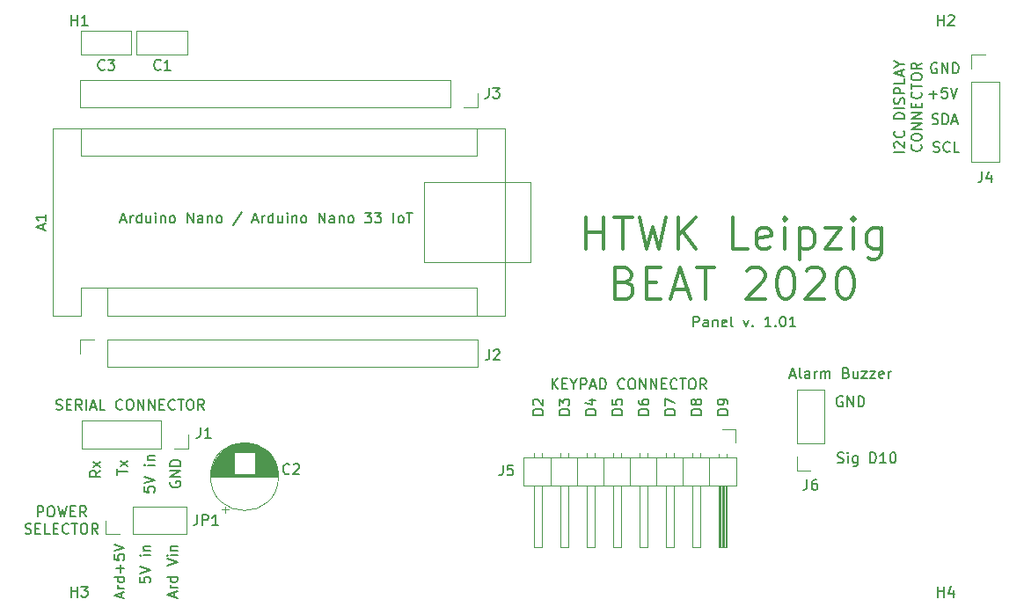
<source format=gbr>
G04 #@! TF.GenerationSoftware,KiCad,Pcbnew,(5.1.2)-2*
G04 #@! TF.CreationDate,2020-05-29T08:27:19+02:00*
G04 #@! TF.ProjectId,Hauptplatine_Arduino,48617570-7470-46c6-9174-696e655f4172,rev?*
G04 #@! TF.SameCoordinates,Original*
G04 #@! TF.FileFunction,Legend,Top*
G04 #@! TF.FilePolarity,Positive*
%FSLAX46Y46*%
G04 Gerber Fmt 4.6, Leading zero omitted, Abs format (unit mm)*
G04 Created by KiCad (PCBNEW (5.1.2)-2) date 2020-05-29 08:27:19*
%MOMM*%
%LPD*%
G04 APERTURE LIST*
%ADD10C,0.150000*%
%ADD11C,0.300000*%
%ADD12C,0.120000*%
G04 APERTURE END LIST*
D10*
X170990476Y-106504761D02*
X171133333Y-106552380D01*
X171371428Y-106552380D01*
X171466666Y-106504761D01*
X171514285Y-106457142D01*
X171561904Y-106361904D01*
X171561904Y-106266666D01*
X171514285Y-106171428D01*
X171466666Y-106123809D01*
X171371428Y-106076190D01*
X171180952Y-106028571D01*
X171085714Y-105980952D01*
X171038095Y-105933333D01*
X170990476Y-105838095D01*
X170990476Y-105742857D01*
X171038095Y-105647619D01*
X171085714Y-105600000D01*
X171180952Y-105552380D01*
X171419047Y-105552380D01*
X171561904Y-105600000D01*
X171990476Y-106552380D02*
X171990476Y-105885714D01*
X171990476Y-105552380D02*
X171942857Y-105600000D01*
X171990476Y-105647619D01*
X172038095Y-105600000D01*
X171990476Y-105552380D01*
X171990476Y-105647619D01*
X172895238Y-105885714D02*
X172895238Y-106695238D01*
X172847619Y-106790476D01*
X172800000Y-106838095D01*
X172704761Y-106885714D01*
X172561904Y-106885714D01*
X172466666Y-106838095D01*
X172895238Y-106504761D02*
X172800000Y-106552380D01*
X172609523Y-106552380D01*
X172514285Y-106504761D01*
X172466666Y-106457142D01*
X172419047Y-106361904D01*
X172419047Y-106076190D01*
X172466666Y-105980952D01*
X172514285Y-105933333D01*
X172609523Y-105885714D01*
X172800000Y-105885714D01*
X172895238Y-105933333D01*
X174133333Y-106552380D02*
X174133333Y-105552380D01*
X174371428Y-105552380D01*
X174514285Y-105600000D01*
X174609523Y-105695238D01*
X174657142Y-105790476D01*
X174704761Y-105980952D01*
X174704761Y-106123809D01*
X174657142Y-106314285D01*
X174609523Y-106409523D01*
X174514285Y-106504761D01*
X174371428Y-106552380D01*
X174133333Y-106552380D01*
X175657142Y-106552380D02*
X175085714Y-106552380D01*
X175371428Y-106552380D02*
X175371428Y-105552380D01*
X175276190Y-105695238D01*
X175180952Y-105790476D01*
X175085714Y-105838095D01*
X176276190Y-105552380D02*
X176371428Y-105552380D01*
X176466666Y-105600000D01*
X176514285Y-105647619D01*
X176561904Y-105742857D01*
X176609523Y-105933333D01*
X176609523Y-106171428D01*
X176561904Y-106361904D01*
X176514285Y-106457142D01*
X176466666Y-106504761D01*
X176371428Y-106552380D01*
X176276190Y-106552380D01*
X176180952Y-106504761D01*
X176133333Y-106457142D01*
X176085714Y-106361904D01*
X176038095Y-106171428D01*
X176038095Y-105933333D01*
X176085714Y-105742857D01*
X176133333Y-105647619D01*
X176180952Y-105600000D01*
X176276190Y-105552380D01*
X171458095Y-100190000D02*
X171362857Y-100142380D01*
X171220000Y-100142380D01*
X171077142Y-100190000D01*
X170981904Y-100285238D01*
X170934285Y-100380476D01*
X170886666Y-100570952D01*
X170886666Y-100713809D01*
X170934285Y-100904285D01*
X170981904Y-100999523D01*
X171077142Y-101094761D01*
X171220000Y-101142380D01*
X171315238Y-101142380D01*
X171458095Y-101094761D01*
X171505714Y-101047142D01*
X171505714Y-100713809D01*
X171315238Y-100713809D01*
X171934285Y-101142380D02*
X171934285Y-100142380D01*
X172505714Y-101142380D01*
X172505714Y-100142380D01*
X172981904Y-101142380D02*
X172981904Y-100142380D01*
X173220000Y-100142380D01*
X173362857Y-100190000D01*
X173458095Y-100285238D01*
X173505714Y-100380476D01*
X173553333Y-100570952D01*
X173553333Y-100713809D01*
X173505714Y-100904285D01*
X173458095Y-100999523D01*
X173362857Y-101094761D01*
X173220000Y-101142380D01*
X172981904Y-101142380D01*
X166440476Y-98126666D02*
X166916666Y-98126666D01*
X166345238Y-98412380D02*
X166678571Y-97412380D01*
X167011904Y-98412380D01*
X167488095Y-98412380D02*
X167392857Y-98364761D01*
X167345238Y-98269523D01*
X167345238Y-97412380D01*
X168297619Y-98412380D02*
X168297619Y-97888571D01*
X168250000Y-97793333D01*
X168154761Y-97745714D01*
X167964285Y-97745714D01*
X167869047Y-97793333D01*
X168297619Y-98364761D02*
X168202380Y-98412380D01*
X167964285Y-98412380D01*
X167869047Y-98364761D01*
X167821428Y-98269523D01*
X167821428Y-98174285D01*
X167869047Y-98079047D01*
X167964285Y-98031428D01*
X168202380Y-98031428D01*
X168297619Y-97983809D01*
X168773809Y-98412380D02*
X168773809Y-97745714D01*
X168773809Y-97936190D02*
X168821428Y-97840952D01*
X168869047Y-97793333D01*
X168964285Y-97745714D01*
X169059523Y-97745714D01*
X169392857Y-98412380D02*
X169392857Y-97745714D01*
X169392857Y-97840952D02*
X169440476Y-97793333D01*
X169535714Y-97745714D01*
X169678571Y-97745714D01*
X169773809Y-97793333D01*
X169821428Y-97888571D01*
X169821428Y-98412380D01*
X169821428Y-97888571D02*
X169869047Y-97793333D01*
X169964285Y-97745714D01*
X170107142Y-97745714D01*
X170202380Y-97793333D01*
X170250000Y-97888571D01*
X170250000Y-98412380D01*
X171821428Y-97888571D02*
X171964285Y-97936190D01*
X172011904Y-97983809D01*
X172059523Y-98079047D01*
X172059523Y-98221904D01*
X172011904Y-98317142D01*
X171964285Y-98364761D01*
X171869047Y-98412380D01*
X171488095Y-98412380D01*
X171488095Y-97412380D01*
X171821428Y-97412380D01*
X171916666Y-97460000D01*
X171964285Y-97507619D01*
X172011904Y-97602857D01*
X172011904Y-97698095D01*
X171964285Y-97793333D01*
X171916666Y-97840952D01*
X171821428Y-97888571D01*
X171488095Y-97888571D01*
X172916666Y-97745714D02*
X172916666Y-98412380D01*
X172488095Y-97745714D02*
X172488095Y-98269523D01*
X172535714Y-98364761D01*
X172630952Y-98412380D01*
X172773809Y-98412380D01*
X172869047Y-98364761D01*
X172916666Y-98317142D01*
X173297619Y-97745714D02*
X173821428Y-97745714D01*
X173297619Y-98412380D01*
X173821428Y-98412380D01*
X174107142Y-97745714D02*
X174630952Y-97745714D01*
X174107142Y-98412380D01*
X174630952Y-98412380D01*
X175392857Y-98364761D02*
X175297619Y-98412380D01*
X175107142Y-98412380D01*
X175011904Y-98364761D01*
X174964285Y-98269523D01*
X174964285Y-97888571D01*
X175011904Y-97793333D01*
X175107142Y-97745714D01*
X175297619Y-97745714D01*
X175392857Y-97793333D01*
X175440476Y-97888571D01*
X175440476Y-97983809D01*
X174964285Y-98079047D01*
X175869047Y-98412380D02*
X175869047Y-97745714D01*
X175869047Y-97936190D02*
X175916666Y-97840952D01*
X175964285Y-97793333D01*
X176059523Y-97745714D01*
X176154761Y-97745714D01*
X107166666Y-119500000D02*
X107166666Y-119023809D01*
X107452380Y-119595238D02*
X106452380Y-119261904D01*
X107452380Y-118928571D01*
X107452380Y-118595238D02*
X106785714Y-118595238D01*
X106976190Y-118595238D02*
X106880952Y-118547619D01*
X106833333Y-118500000D01*
X106785714Y-118404761D01*
X106785714Y-118309523D01*
X107452380Y-117547619D02*
X106452380Y-117547619D01*
X107404761Y-117547619D02*
X107452380Y-117642857D01*
X107452380Y-117833333D01*
X107404761Y-117928571D01*
X107357142Y-117976190D01*
X107261904Y-118023809D01*
X106976190Y-118023809D01*
X106880952Y-117976190D01*
X106833333Y-117928571D01*
X106785714Y-117833333D01*
X106785714Y-117642857D01*
X106833333Y-117547619D01*
X106452380Y-116452380D02*
X107452380Y-116119047D01*
X106452380Y-115785714D01*
X107452380Y-115452380D02*
X106785714Y-115452380D01*
X106452380Y-115452380D02*
X106500000Y-115500000D01*
X106547619Y-115452380D01*
X106500000Y-115404761D01*
X106452380Y-115452380D01*
X106547619Y-115452380D01*
X106785714Y-114976190D02*
X107452380Y-114976190D01*
X106880952Y-114976190D02*
X106833333Y-114928571D01*
X106785714Y-114833333D01*
X106785714Y-114690476D01*
X106833333Y-114595238D01*
X106928571Y-114547619D01*
X107452380Y-114547619D01*
X102066666Y-119523809D02*
X102066666Y-119047619D01*
X102352380Y-119619047D02*
X101352380Y-119285714D01*
X102352380Y-118952380D01*
X102352380Y-118619047D02*
X101685714Y-118619047D01*
X101876190Y-118619047D02*
X101780952Y-118571428D01*
X101733333Y-118523809D01*
X101685714Y-118428571D01*
X101685714Y-118333333D01*
X102352380Y-117571428D02*
X101352380Y-117571428D01*
X102304761Y-117571428D02*
X102352380Y-117666666D01*
X102352380Y-117857142D01*
X102304761Y-117952380D01*
X102257142Y-118000000D01*
X102161904Y-118047619D01*
X101876190Y-118047619D01*
X101780952Y-118000000D01*
X101733333Y-117952380D01*
X101685714Y-117857142D01*
X101685714Y-117666666D01*
X101733333Y-117571428D01*
X101971428Y-117095238D02*
X101971428Y-116333333D01*
X102352380Y-116714285D02*
X101590476Y-116714285D01*
X101352380Y-115380952D02*
X101352380Y-115857142D01*
X101828571Y-115904761D01*
X101780952Y-115857142D01*
X101733333Y-115761904D01*
X101733333Y-115523809D01*
X101780952Y-115428571D01*
X101828571Y-115380952D01*
X101923809Y-115333333D01*
X102161904Y-115333333D01*
X102257142Y-115380952D01*
X102304761Y-115428571D01*
X102352380Y-115523809D01*
X102352380Y-115761904D01*
X102304761Y-115857142D01*
X102257142Y-115904761D01*
X101352380Y-115047619D02*
X102352380Y-114714285D01*
X101352380Y-114380952D01*
X103852380Y-117561904D02*
X103852380Y-118038095D01*
X104328571Y-118085714D01*
X104280952Y-118038095D01*
X104233333Y-117942857D01*
X104233333Y-117704761D01*
X104280952Y-117609523D01*
X104328571Y-117561904D01*
X104423809Y-117514285D01*
X104661904Y-117514285D01*
X104757142Y-117561904D01*
X104804761Y-117609523D01*
X104852380Y-117704761D01*
X104852380Y-117942857D01*
X104804761Y-118038095D01*
X104757142Y-118085714D01*
X103852380Y-117228571D02*
X104852380Y-116895238D01*
X103852380Y-116561904D01*
X104852380Y-115466666D02*
X104185714Y-115466666D01*
X103852380Y-115466666D02*
X103900000Y-115514285D01*
X103947619Y-115466666D01*
X103900000Y-115419047D01*
X103852380Y-115466666D01*
X103947619Y-115466666D01*
X104185714Y-114990476D02*
X104852380Y-114990476D01*
X104280952Y-114990476D02*
X104233333Y-114942857D01*
X104185714Y-114847619D01*
X104185714Y-114704761D01*
X104233333Y-114609523D01*
X104328571Y-114561904D01*
X104852380Y-114561904D01*
X93990476Y-111727380D02*
X93990476Y-110727380D01*
X94371428Y-110727380D01*
X94466666Y-110775000D01*
X94514285Y-110822619D01*
X94561904Y-110917857D01*
X94561904Y-111060714D01*
X94514285Y-111155952D01*
X94466666Y-111203571D01*
X94371428Y-111251190D01*
X93990476Y-111251190D01*
X95180952Y-110727380D02*
X95371428Y-110727380D01*
X95466666Y-110775000D01*
X95561904Y-110870238D01*
X95609523Y-111060714D01*
X95609523Y-111394047D01*
X95561904Y-111584523D01*
X95466666Y-111679761D01*
X95371428Y-111727380D01*
X95180952Y-111727380D01*
X95085714Y-111679761D01*
X94990476Y-111584523D01*
X94942857Y-111394047D01*
X94942857Y-111060714D01*
X94990476Y-110870238D01*
X95085714Y-110775000D01*
X95180952Y-110727380D01*
X95942857Y-110727380D02*
X96180952Y-111727380D01*
X96371428Y-111013095D01*
X96561904Y-111727380D01*
X96800000Y-110727380D01*
X97180952Y-111203571D02*
X97514285Y-111203571D01*
X97657142Y-111727380D02*
X97180952Y-111727380D01*
X97180952Y-110727380D01*
X97657142Y-110727380D01*
X98657142Y-111727380D02*
X98323809Y-111251190D01*
X98085714Y-111727380D02*
X98085714Y-110727380D01*
X98466666Y-110727380D01*
X98561904Y-110775000D01*
X98609523Y-110822619D01*
X98657142Y-110917857D01*
X98657142Y-111060714D01*
X98609523Y-111155952D01*
X98561904Y-111203571D01*
X98466666Y-111251190D01*
X98085714Y-111251190D01*
X92800000Y-113329761D02*
X92942857Y-113377380D01*
X93180952Y-113377380D01*
X93276190Y-113329761D01*
X93323809Y-113282142D01*
X93371428Y-113186904D01*
X93371428Y-113091666D01*
X93323809Y-112996428D01*
X93276190Y-112948809D01*
X93180952Y-112901190D01*
X92990476Y-112853571D01*
X92895238Y-112805952D01*
X92847619Y-112758333D01*
X92800000Y-112663095D01*
X92800000Y-112567857D01*
X92847619Y-112472619D01*
X92895238Y-112425000D01*
X92990476Y-112377380D01*
X93228571Y-112377380D01*
X93371428Y-112425000D01*
X93800000Y-112853571D02*
X94133333Y-112853571D01*
X94276190Y-113377380D02*
X93800000Y-113377380D01*
X93800000Y-112377380D01*
X94276190Y-112377380D01*
X95180952Y-113377380D02*
X94704761Y-113377380D01*
X94704761Y-112377380D01*
X95514285Y-112853571D02*
X95847619Y-112853571D01*
X95990476Y-113377380D02*
X95514285Y-113377380D01*
X95514285Y-112377380D01*
X95990476Y-112377380D01*
X96990476Y-113282142D02*
X96942857Y-113329761D01*
X96800000Y-113377380D01*
X96704761Y-113377380D01*
X96561904Y-113329761D01*
X96466666Y-113234523D01*
X96419047Y-113139285D01*
X96371428Y-112948809D01*
X96371428Y-112805952D01*
X96419047Y-112615476D01*
X96466666Y-112520238D01*
X96561904Y-112425000D01*
X96704761Y-112377380D01*
X96800000Y-112377380D01*
X96942857Y-112425000D01*
X96990476Y-112472619D01*
X97276190Y-112377380D02*
X97847619Y-112377380D01*
X97561904Y-113377380D02*
X97561904Y-112377380D01*
X98371428Y-112377380D02*
X98561904Y-112377380D01*
X98657142Y-112425000D01*
X98752380Y-112520238D01*
X98800000Y-112710714D01*
X98800000Y-113044047D01*
X98752380Y-113234523D01*
X98657142Y-113329761D01*
X98561904Y-113377380D01*
X98371428Y-113377380D01*
X98276190Y-113329761D01*
X98180952Y-113234523D01*
X98133333Y-113044047D01*
X98133333Y-112710714D01*
X98180952Y-112520238D01*
X98276190Y-112425000D01*
X98371428Y-112377380D01*
X99800000Y-113377380D02*
X99466666Y-112901190D01*
X99228571Y-113377380D02*
X99228571Y-112377380D01*
X99609523Y-112377380D01*
X99704761Y-112425000D01*
X99752380Y-112472619D01*
X99800000Y-112567857D01*
X99800000Y-112710714D01*
X99752380Y-112805952D01*
X99704761Y-112853571D01*
X99609523Y-112901190D01*
X99228571Y-112901190D01*
D11*
X146785714Y-85957142D02*
X146785714Y-82957142D01*
X146785714Y-84385714D02*
X148500000Y-84385714D01*
X148500000Y-85957142D02*
X148500000Y-82957142D01*
X149500000Y-82957142D02*
X151214285Y-82957142D01*
X150357142Y-85957142D02*
X150357142Y-82957142D01*
X151928571Y-82957142D02*
X152642857Y-85957142D01*
X153214285Y-83814285D01*
X153785714Y-85957142D01*
X154500000Y-82957142D01*
X155642857Y-85957142D02*
X155642857Y-82957142D01*
X157357142Y-85957142D02*
X156071428Y-84242857D01*
X157357142Y-82957142D02*
X155642857Y-84671428D01*
X162357142Y-85957142D02*
X160928571Y-85957142D01*
X160928571Y-82957142D01*
X164500000Y-85814285D02*
X164214285Y-85957142D01*
X163642857Y-85957142D01*
X163357142Y-85814285D01*
X163214285Y-85528571D01*
X163214285Y-84385714D01*
X163357142Y-84100000D01*
X163642857Y-83957142D01*
X164214285Y-83957142D01*
X164500000Y-84100000D01*
X164642857Y-84385714D01*
X164642857Y-84671428D01*
X163214285Y-84957142D01*
X165928571Y-85957142D02*
X165928571Y-83957142D01*
X165928571Y-82957142D02*
X165785714Y-83100000D01*
X165928571Y-83242857D01*
X166071428Y-83100000D01*
X165928571Y-82957142D01*
X165928571Y-83242857D01*
X167357142Y-83957142D02*
X167357142Y-86957142D01*
X167357142Y-84100000D02*
X167642857Y-83957142D01*
X168214285Y-83957142D01*
X168500000Y-84100000D01*
X168642857Y-84242857D01*
X168785714Y-84528571D01*
X168785714Y-85385714D01*
X168642857Y-85671428D01*
X168500000Y-85814285D01*
X168214285Y-85957142D01*
X167642857Y-85957142D01*
X167357142Y-85814285D01*
X169785714Y-83957142D02*
X171357142Y-83957142D01*
X169785714Y-85957142D01*
X171357142Y-85957142D01*
X172500000Y-85957142D02*
X172500000Y-83957142D01*
X172500000Y-82957142D02*
X172357142Y-83100000D01*
X172500000Y-83242857D01*
X172642857Y-83100000D01*
X172500000Y-82957142D01*
X172500000Y-83242857D01*
X175214285Y-83957142D02*
X175214285Y-86385714D01*
X175071428Y-86671428D01*
X174928571Y-86814285D01*
X174642857Y-86957142D01*
X174214285Y-86957142D01*
X173928571Y-86814285D01*
X175214285Y-85814285D02*
X174928571Y-85957142D01*
X174357142Y-85957142D01*
X174071428Y-85814285D01*
X173928571Y-85671428D01*
X173785714Y-85385714D01*
X173785714Y-84528571D01*
X173928571Y-84242857D01*
X174071428Y-84100000D01*
X174357142Y-83957142D01*
X174928571Y-83957142D01*
X175214285Y-84100000D01*
X150571428Y-89185714D02*
X151000000Y-89328571D01*
X151142857Y-89471428D01*
X151285714Y-89757142D01*
X151285714Y-90185714D01*
X151142857Y-90471428D01*
X151000000Y-90614285D01*
X150714285Y-90757142D01*
X149571428Y-90757142D01*
X149571428Y-87757142D01*
X150571428Y-87757142D01*
X150857142Y-87900000D01*
X151000000Y-88042857D01*
X151142857Y-88328571D01*
X151142857Y-88614285D01*
X151000000Y-88900000D01*
X150857142Y-89042857D01*
X150571428Y-89185714D01*
X149571428Y-89185714D01*
X152571428Y-89185714D02*
X153571428Y-89185714D01*
X154000000Y-90757142D02*
X152571428Y-90757142D01*
X152571428Y-87757142D01*
X154000000Y-87757142D01*
X155142857Y-89900000D02*
X156571428Y-89900000D01*
X154857142Y-90757142D02*
X155857142Y-87757142D01*
X156857142Y-90757142D01*
X157428571Y-87757142D02*
X159142857Y-87757142D01*
X158285714Y-90757142D02*
X158285714Y-87757142D01*
X162285714Y-88042857D02*
X162428571Y-87900000D01*
X162714285Y-87757142D01*
X163428571Y-87757142D01*
X163714285Y-87900000D01*
X163857142Y-88042857D01*
X164000000Y-88328571D01*
X164000000Y-88614285D01*
X163857142Y-89042857D01*
X162142857Y-90757142D01*
X164000000Y-90757142D01*
X165857142Y-87757142D02*
X166142857Y-87757142D01*
X166428571Y-87900000D01*
X166571428Y-88042857D01*
X166714285Y-88328571D01*
X166857142Y-88900000D01*
X166857142Y-89614285D01*
X166714285Y-90185714D01*
X166571428Y-90471428D01*
X166428571Y-90614285D01*
X166142857Y-90757142D01*
X165857142Y-90757142D01*
X165571428Y-90614285D01*
X165428571Y-90471428D01*
X165285714Y-90185714D01*
X165142857Y-89614285D01*
X165142857Y-88900000D01*
X165285714Y-88328571D01*
X165428571Y-88042857D01*
X165571428Y-87900000D01*
X165857142Y-87757142D01*
X168000000Y-88042857D02*
X168142857Y-87900000D01*
X168428571Y-87757142D01*
X169142857Y-87757142D01*
X169428571Y-87900000D01*
X169571428Y-88042857D01*
X169714285Y-88328571D01*
X169714285Y-88614285D01*
X169571428Y-89042857D01*
X167857142Y-90757142D01*
X169714285Y-90757142D01*
X171571428Y-87757142D02*
X171857142Y-87757142D01*
X172142857Y-87900000D01*
X172285714Y-88042857D01*
X172428571Y-88328571D01*
X172571428Y-88900000D01*
X172571428Y-89614285D01*
X172428571Y-90185714D01*
X172285714Y-90471428D01*
X172142857Y-90614285D01*
X171857142Y-90757142D01*
X171571428Y-90757142D01*
X171285714Y-90614285D01*
X171142857Y-90471428D01*
X171000000Y-90185714D01*
X170857142Y-89614285D01*
X170857142Y-88900000D01*
X171000000Y-88328571D01*
X171142857Y-88042857D01*
X171285714Y-87900000D01*
X171571428Y-87757142D01*
D10*
X157095238Y-93452380D02*
X157095238Y-92452380D01*
X157476190Y-92452380D01*
X157571428Y-92500000D01*
X157619047Y-92547619D01*
X157666666Y-92642857D01*
X157666666Y-92785714D01*
X157619047Y-92880952D01*
X157571428Y-92928571D01*
X157476190Y-92976190D01*
X157095238Y-92976190D01*
X158523809Y-93452380D02*
X158523809Y-92928571D01*
X158476190Y-92833333D01*
X158380952Y-92785714D01*
X158190476Y-92785714D01*
X158095238Y-92833333D01*
X158523809Y-93404761D02*
X158428571Y-93452380D01*
X158190476Y-93452380D01*
X158095238Y-93404761D01*
X158047619Y-93309523D01*
X158047619Y-93214285D01*
X158095238Y-93119047D01*
X158190476Y-93071428D01*
X158428571Y-93071428D01*
X158523809Y-93023809D01*
X159000000Y-92785714D02*
X159000000Y-93452380D01*
X159000000Y-92880952D02*
X159047619Y-92833333D01*
X159142857Y-92785714D01*
X159285714Y-92785714D01*
X159380952Y-92833333D01*
X159428571Y-92928571D01*
X159428571Y-93452380D01*
X160285714Y-93404761D02*
X160190476Y-93452380D01*
X160000000Y-93452380D01*
X159904761Y-93404761D01*
X159857142Y-93309523D01*
X159857142Y-92928571D01*
X159904761Y-92833333D01*
X160000000Y-92785714D01*
X160190476Y-92785714D01*
X160285714Y-92833333D01*
X160333333Y-92928571D01*
X160333333Y-93023809D01*
X159857142Y-93119047D01*
X160904761Y-93452380D02*
X160809523Y-93404761D01*
X160761904Y-93309523D01*
X160761904Y-92452380D01*
X161952380Y-92785714D02*
X162190476Y-93452380D01*
X162428571Y-92785714D01*
X162809523Y-93357142D02*
X162857142Y-93404761D01*
X162809523Y-93452380D01*
X162761904Y-93404761D01*
X162809523Y-93357142D01*
X162809523Y-93452380D01*
X164571428Y-93452380D02*
X164000000Y-93452380D01*
X164285714Y-93452380D02*
X164285714Y-92452380D01*
X164190476Y-92595238D01*
X164095238Y-92690476D01*
X164000000Y-92738095D01*
X165000000Y-93357142D02*
X165047619Y-93404761D01*
X165000000Y-93452380D01*
X164952380Y-93404761D01*
X165000000Y-93357142D01*
X165000000Y-93452380D01*
X165666666Y-92452380D02*
X165761904Y-92452380D01*
X165857142Y-92500000D01*
X165904761Y-92547619D01*
X165952380Y-92642857D01*
X166000000Y-92833333D01*
X166000000Y-93071428D01*
X165952380Y-93261904D01*
X165904761Y-93357142D01*
X165857142Y-93404761D01*
X165761904Y-93452380D01*
X165666666Y-93452380D01*
X165571428Y-93404761D01*
X165523809Y-93357142D01*
X165476190Y-93261904D01*
X165428571Y-93071428D01*
X165428571Y-92833333D01*
X165476190Y-92642857D01*
X165523809Y-92547619D01*
X165571428Y-92500000D01*
X165666666Y-92452380D01*
X166952380Y-93452380D02*
X166380952Y-93452380D01*
X166666666Y-93452380D02*
X166666666Y-92452380D01*
X166571428Y-92595238D01*
X166476190Y-92690476D01*
X166380952Y-92738095D01*
X102023809Y-83166666D02*
X102500000Y-83166666D01*
X101928571Y-83452380D02*
X102261904Y-82452380D01*
X102595238Y-83452380D01*
X102928571Y-83452380D02*
X102928571Y-82785714D01*
X102928571Y-82976190D02*
X102976190Y-82880952D01*
X103023809Y-82833333D01*
X103119047Y-82785714D01*
X103214285Y-82785714D01*
X103976190Y-83452380D02*
X103976190Y-82452380D01*
X103976190Y-83404761D02*
X103880952Y-83452380D01*
X103690476Y-83452380D01*
X103595238Y-83404761D01*
X103547619Y-83357142D01*
X103500000Y-83261904D01*
X103500000Y-82976190D01*
X103547619Y-82880952D01*
X103595238Y-82833333D01*
X103690476Y-82785714D01*
X103880952Y-82785714D01*
X103976190Y-82833333D01*
X104880952Y-82785714D02*
X104880952Y-83452380D01*
X104452380Y-82785714D02*
X104452380Y-83309523D01*
X104500000Y-83404761D01*
X104595238Y-83452380D01*
X104738095Y-83452380D01*
X104833333Y-83404761D01*
X104880952Y-83357142D01*
X105357142Y-83452380D02*
X105357142Y-82785714D01*
X105357142Y-82452380D02*
X105309523Y-82500000D01*
X105357142Y-82547619D01*
X105404761Y-82500000D01*
X105357142Y-82452380D01*
X105357142Y-82547619D01*
X105833333Y-82785714D02*
X105833333Y-83452380D01*
X105833333Y-82880952D02*
X105880952Y-82833333D01*
X105976190Y-82785714D01*
X106119047Y-82785714D01*
X106214285Y-82833333D01*
X106261904Y-82928571D01*
X106261904Y-83452380D01*
X106880952Y-83452380D02*
X106785714Y-83404761D01*
X106738095Y-83357142D01*
X106690476Y-83261904D01*
X106690476Y-82976190D01*
X106738095Y-82880952D01*
X106785714Y-82833333D01*
X106880952Y-82785714D01*
X107023809Y-82785714D01*
X107119047Y-82833333D01*
X107166666Y-82880952D01*
X107214285Y-82976190D01*
X107214285Y-83261904D01*
X107166666Y-83357142D01*
X107119047Y-83404761D01*
X107023809Y-83452380D01*
X106880952Y-83452380D01*
X108404761Y-83452380D02*
X108404761Y-82452380D01*
X108976190Y-83452380D01*
X108976190Y-82452380D01*
X109880952Y-83452380D02*
X109880952Y-82928571D01*
X109833333Y-82833333D01*
X109738095Y-82785714D01*
X109547619Y-82785714D01*
X109452380Y-82833333D01*
X109880952Y-83404761D02*
X109785714Y-83452380D01*
X109547619Y-83452380D01*
X109452380Y-83404761D01*
X109404761Y-83309523D01*
X109404761Y-83214285D01*
X109452380Y-83119047D01*
X109547619Y-83071428D01*
X109785714Y-83071428D01*
X109880952Y-83023809D01*
X110357142Y-82785714D02*
X110357142Y-83452380D01*
X110357142Y-82880952D02*
X110404761Y-82833333D01*
X110500000Y-82785714D01*
X110642857Y-82785714D01*
X110738095Y-82833333D01*
X110785714Y-82928571D01*
X110785714Y-83452380D01*
X111404761Y-83452380D02*
X111309523Y-83404761D01*
X111261904Y-83357142D01*
X111214285Y-83261904D01*
X111214285Y-82976190D01*
X111261904Y-82880952D01*
X111309523Y-82833333D01*
X111404761Y-82785714D01*
X111547619Y-82785714D01*
X111642857Y-82833333D01*
X111690476Y-82880952D01*
X111738095Y-82976190D01*
X111738095Y-83261904D01*
X111690476Y-83357142D01*
X111642857Y-83404761D01*
X111547619Y-83452380D01*
X111404761Y-83452380D01*
X113642857Y-82404761D02*
X112785714Y-83690476D01*
X114690476Y-83166666D02*
X115166666Y-83166666D01*
X114595238Y-83452380D02*
X114928571Y-82452380D01*
X115261904Y-83452380D01*
X115595238Y-83452380D02*
X115595238Y-82785714D01*
X115595238Y-82976190D02*
X115642857Y-82880952D01*
X115690476Y-82833333D01*
X115785714Y-82785714D01*
X115880952Y-82785714D01*
X116642857Y-83452380D02*
X116642857Y-82452380D01*
X116642857Y-83404761D02*
X116547619Y-83452380D01*
X116357142Y-83452380D01*
X116261904Y-83404761D01*
X116214285Y-83357142D01*
X116166666Y-83261904D01*
X116166666Y-82976190D01*
X116214285Y-82880952D01*
X116261904Y-82833333D01*
X116357142Y-82785714D01*
X116547619Y-82785714D01*
X116642857Y-82833333D01*
X117547619Y-82785714D02*
X117547619Y-83452380D01*
X117119047Y-82785714D02*
X117119047Y-83309523D01*
X117166666Y-83404761D01*
X117261904Y-83452380D01*
X117404761Y-83452380D01*
X117500000Y-83404761D01*
X117547619Y-83357142D01*
X118023809Y-83452380D02*
X118023809Y-82785714D01*
X118023809Y-82452380D02*
X117976190Y-82500000D01*
X118023809Y-82547619D01*
X118071428Y-82500000D01*
X118023809Y-82452380D01*
X118023809Y-82547619D01*
X118500000Y-82785714D02*
X118500000Y-83452380D01*
X118500000Y-82880952D02*
X118547619Y-82833333D01*
X118642857Y-82785714D01*
X118785714Y-82785714D01*
X118880952Y-82833333D01*
X118928571Y-82928571D01*
X118928571Y-83452380D01*
X119547619Y-83452380D02*
X119452380Y-83404761D01*
X119404761Y-83357142D01*
X119357142Y-83261904D01*
X119357142Y-82976190D01*
X119404761Y-82880952D01*
X119452380Y-82833333D01*
X119547619Y-82785714D01*
X119690476Y-82785714D01*
X119785714Y-82833333D01*
X119833333Y-82880952D01*
X119880952Y-82976190D01*
X119880952Y-83261904D01*
X119833333Y-83357142D01*
X119785714Y-83404761D01*
X119690476Y-83452380D01*
X119547619Y-83452380D01*
X121071428Y-83452380D02*
X121071428Y-82452380D01*
X121642857Y-83452380D01*
X121642857Y-82452380D01*
X122547619Y-83452380D02*
X122547619Y-82928571D01*
X122499999Y-82833333D01*
X122404761Y-82785714D01*
X122214285Y-82785714D01*
X122119047Y-82833333D01*
X122547619Y-83404761D02*
X122452380Y-83452380D01*
X122214285Y-83452380D01*
X122119047Y-83404761D01*
X122071428Y-83309523D01*
X122071428Y-83214285D01*
X122119047Y-83119047D01*
X122214285Y-83071428D01*
X122452380Y-83071428D01*
X122547619Y-83023809D01*
X123023809Y-82785714D02*
X123023809Y-83452380D01*
X123023809Y-82880952D02*
X123071428Y-82833333D01*
X123166666Y-82785714D01*
X123309523Y-82785714D01*
X123404761Y-82833333D01*
X123452380Y-82928571D01*
X123452380Y-83452380D01*
X124071428Y-83452380D02*
X123976190Y-83404761D01*
X123928571Y-83357142D01*
X123880952Y-83261904D01*
X123880952Y-82976190D01*
X123928571Y-82880952D01*
X123976190Y-82833333D01*
X124071428Y-82785714D01*
X124214285Y-82785714D01*
X124309523Y-82833333D01*
X124357142Y-82880952D01*
X124404761Y-82976190D01*
X124404761Y-83261904D01*
X124357142Y-83357142D01*
X124309523Y-83404761D01*
X124214285Y-83452380D01*
X124071428Y-83452380D01*
X125499999Y-82452380D02*
X126119047Y-82452380D01*
X125785714Y-82833333D01*
X125928571Y-82833333D01*
X126023809Y-82880952D01*
X126071428Y-82928571D01*
X126119047Y-83023809D01*
X126119047Y-83261904D01*
X126071428Y-83357142D01*
X126023809Y-83404761D01*
X125928571Y-83452380D01*
X125642857Y-83452380D01*
X125547619Y-83404761D01*
X125499999Y-83357142D01*
X126452380Y-82452380D02*
X127071428Y-82452380D01*
X126738095Y-82833333D01*
X126880952Y-82833333D01*
X126976190Y-82880952D01*
X127023809Y-82928571D01*
X127071428Y-83023809D01*
X127071428Y-83261904D01*
X127023809Y-83357142D01*
X126976190Y-83404761D01*
X126880952Y-83452380D01*
X126595238Y-83452380D01*
X126499999Y-83404761D01*
X126452380Y-83357142D01*
X128261904Y-83452380D02*
X128261904Y-82452380D01*
X128880952Y-83452380D02*
X128785714Y-83404761D01*
X128738095Y-83357142D01*
X128690476Y-83261904D01*
X128690476Y-82976190D01*
X128738095Y-82880952D01*
X128785714Y-82833333D01*
X128880952Y-82785714D01*
X129023809Y-82785714D01*
X129119047Y-82833333D01*
X129166666Y-82880952D01*
X129214285Y-82976190D01*
X129214285Y-83261904D01*
X129166666Y-83357142D01*
X129119047Y-83404761D01*
X129023809Y-83452380D01*
X128880952Y-83452380D01*
X129499999Y-82452380D02*
X130071428Y-82452380D01*
X129785714Y-83452380D02*
X129785714Y-82452380D01*
X160432380Y-101938095D02*
X159432380Y-101938095D01*
X159432380Y-101700000D01*
X159480000Y-101557142D01*
X159575238Y-101461904D01*
X159670476Y-101414285D01*
X159860952Y-101366666D01*
X160003809Y-101366666D01*
X160194285Y-101414285D01*
X160289523Y-101461904D01*
X160384761Y-101557142D01*
X160432380Y-101700000D01*
X160432380Y-101938095D01*
X160432380Y-100890476D02*
X160432380Y-100700000D01*
X160384761Y-100604761D01*
X160337142Y-100557142D01*
X160194285Y-100461904D01*
X160003809Y-100414285D01*
X159622857Y-100414285D01*
X159527619Y-100461904D01*
X159480000Y-100509523D01*
X159432380Y-100604761D01*
X159432380Y-100795238D01*
X159480000Y-100890476D01*
X159527619Y-100938095D01*
X159622857Y-100985714D01*
X159860952Y-100985714D01*
X159956190Y-100938095D01*
X160003809Y-100890476D01*
X160051428Y-100795238D01*
X160051428Y-100604761D01*
X160003809Y-100509523D01*
X159956190Y-100461904D01*
X159860952Y-100414285D01*
X157892380Y-101938095D02*
X156892380Y-101938095D01*
X156892380Y-101700000D01*
X156940000Y-101557142D01*
X157035238Y-101461904D01*
X157130476Y-101414285D01*
X157320952Y-101366666D01*
X157463809Y-101366666D01*
X157654285Y-101414285D01*
X157749523Y-101461904D01*
X157844761Y-101557142D01*
X157892380Y-101700000D01*
X157892380Y-101938095D01*
X157320952Y-100795238D02*
X157273333Y-100890476D01*
X157225714Y-100938095D01*
X157130476Y-100985714D01*
X157082857Y-100985714D01*
X156987619Y-100938095D01*
X156940000Y-100890476D01*
X156892380Y-100795238D01*
X156892380Y-100604761D01*
X156940000Y-100509523D01*
X156987619Y-100461904D01*
X157082857Y-100414285D01*
X157130476Y-100414285D01*
X157225714Y-100461904D01*
X157273333Y-100509523D01*
X157320952Y-100604761D01*
X157320952Y-100795238D01*
X157368571Y-100890476D01*
X157416190Y-100938095D01*
X157511428Y-100985714D01*
X157701904Y-100985714D01*
X157797142Y-100938095D01*
X157844761Y-100890476D01*
X157892380Y-100795238D01*
X157892380Y-100604761D01*
X157844761Y-100509523D01*
X157797142Y-100461904D01*
X157701904Y-100414285D01*
X157511428Y-100414285D01*
X157416190Y-100461904D01*
X157368571Y-100509523D01*
X157320952Y-100604761D01*
X155352380Y-101938095D02*
X154352380Y-101938095D01*
X154352380Y-101700000D01*
X154400000Y-101557142D01*
X154495238Y-101461904D01*
X154590476Y-101414285D01*
X154780952Y-101366666D01*
X154923809Y-101366666D01*
X155114285Y-101414285D01*
X155209523Y-101461904D01*
X155304761Y-101557142D01*
X155352380Y-101700000D01*
X155352380Y-101938095D01*
X154352380Y-101033333D02*
X154352380Y-100366666D01*
X155352380Y-100795238D01*
X152812380Y-101938095D02*
X151812380Y-101938095D01*
X151812380Y-101700000D01*
X151860000Y-101557142D01*
X151955238Y-101461904D01*
X152050476Y-101414285D01*
X152240952Y-101366666D01*
X152383809Y-101366666D01*
X152574285Y-101414285D01*
X152669523Y-101461904D01*
X152764761Y-101557142D01*
X152812380Y-101700000D01*
X152812380Y-101938095D01*
X151812380Y-100509523D02*
X151812380Y-100700000D01*
X151860000Y-100795238D01*
X151907619Y-100842857D01*
X152050476Y-100938095D01*
X152240952Y-100985714D01*
X152621904Y-100985714D01*
X152717142Y-100938095D01*
X152764761Y-100890476D01*
X152812380Y-100795238D01*
X152812380Y-100604761D01*
X152764761Y-100509523D01*
X152717142Y-100461904D01*
X152621904Y-100414285D01*
X152383809Y-100414285D01*
X152288571Y-100461904D01*
X152240952Y-100509523D01*
X152193333Y-100604761D01*
X152193333Y-100795238D01*
X152240952Y-100890476D01*
X152288571Y-100938095D01*
X152383809Y-100985714D01*
X150272380Y-101938095D02*
X149272380Y-101938095D01*
X149272380Y-101700000D01*
X149320000Y-101557142D01*
X149415238Y-101461904D01*
X149510476Y-101414285D01*
X149700952Y-101366666D01*
X149843809Y-101366666D01*
X150034285Y-101414285D01*
X150129523Y-101461904D01*
X150224761Y-101557142D01*
X150272380Y-101700000D01*
X150272380Y-101938095D01*
X149272380Y-100461904D02*
X149272380Y-100938095D01*
X149748571Y-100985714D01*
X149700952Y-100938095D01*
X149653333Y-100842857D01*
X149653333Y-100604761D01*
X149700952Y-100509523D01*
X149748571Y-100461904D01*
X149843809Y-100414285D01*
X150081904Y-100414285D01*
X150177142Y-100461904D01*
X150224761Y-100509523D01*
X150272380Y-100604761D01*
X150272380Y-100842857D01*
X150224761Y-100938095D01*
X150177142Y-100985714D01*
X147732380Y-101938095D02*
X146732380Y-101938095D01*
X146732380Y-101700000D01*
X146780000Y-101557142D01*
X146875238Y-101461904D01*
X146970476Y-101414285D01*
X147160952Y-101366666D01*
X147303809Y-101366666D01*
X147494285Y-101414285D01*
X147589523Y-101461904D01*
X147684761Y-101557142D01*
X147732380Y-101700000D01*
X147732380Y-101938095D01*
X147065714Y-100509523D02*
X147732380Y-100509523D01*
X146684761Y-100747619D02*
X147399047Y-100985714D01*
X147399047Y-100366666D01*
X145192380Y-101938095D02*
X144192380Y-101938095D01*
X144192380Y-101700000D01*
X144240000Y-101557142D01*
X144335238Y-101461904D01*
X144430476Y-101414285D01*
X144620952Y-101366666D01*
X144763809Y-101366666D01*
X144954285Y-101414285D01*
X145049523Y-101461904D01*
X145144761Y-101557142D01*
X145192380Y-101700000D01*
X145192380Y-101938095D01*
X144192380Y-101033333D02*
X144192380Y-100414285D01*
X144573333Y-100747619D01*
X144573333Y-100604761D01*
X144620952Y-100509523D01*
X144668571Y-100461904D01*
X144763809Y-100414285D01*
X145001904Y-100414285D01*
X145097142Y-100461904D01*
X145144761Y-100509523D01*
X145192380Y-100604761D01*
X145192380Y-100890476D01*
X145144761Y-100985714D01*
X145097142Y-101033333D01*
X142652380Y-101938095D02*
X141652380Y-101938095D01*
X141652380Y-101700000D01*
X141700000Y-101557142D01*
X141795238Y-101461904D01*
X141890476Y-101414285D01*
X142080952Y-101366666D01*
X142223809Y-101366666D01*
X142414285Y-101414285D01*
X142509523Y-101461904D01*
X142604761Y-101557142D01*
X142652380Y-101700000D01*
X142652380Y-101938095D01*
X141747619Y-100985714D02*
X141700000Y-100938095D01*
X141652380Y-100842857D01*
X141652380Y-100604761D01*
X141700000Y-100509523D01*
X141747619Y-100461904D01*
X141842857Y-100414285D01*
X141938095Y-100414285D01*
X142080952Y-100461904D01*
X142652380Y-101033333D01*
X142652380Y-100414285D01*
X143519047Y-99452380D02*
X143519047Y-98452380D01*
X144090476Y-99452380D02*
X143661904Y-98880952D01*
X144090476Y-98452380D02*
X143519047Y-99023809D01*
X144519047Y-98928571D02*
X144852380Y-98928571D01*
X144995238Y-99452380D02*
X144519047Y-99452380D01*
X144519047Y-98452380D01*
X144995238Y-98452380D01*
X145614285Y-98976190D02*
X145614285Y-99452380D01*
X145280952Y-98452380D02*
X145614285Y-98976190D01*
X145947619Y-98452380D01*
X146280952Y-99452380D02*
X146280952Y-98452380D01*
X146661904Y-98452380D01*
X146757142Y-98500000D01*
X146804761Y-98547619D01*
X146852380Y-98642857D01*
X146852380Y-98785714D01*
X146804761Y-98880952D01*
X146757142Y-98928571D01*
X146661904Y-98976190D01*
X146280952Y-98976190D01*
X147233333Y-99166666D02*
X147709523Y-99166666D01*
X147138095Y-99452380D02*
X147471428Y-98452380D01*
X147804761Y-99452380D01*
X148138095Y-99452380D02*
X148138095Y-98452380D01*
X148376190Y-98452380D01*
X148519047Y-98500000D01*
X148614285Y-98595238D01*
X148661904Y-98690476D01*
X148709523Y-98880952D01*
X148709523Y-99023809D01*
X148661904Y-99214285D01*
X148614285Y-99309523D01*
X148519047Y-99404761D01*
X148376190Y-99452380D01*
X148138095Y-99452380D01*
X150471428Y-99357142D02*
X150423809Y-99404761D01*
X150280952Y-99452380D01*
X150185714Y-99452380D01*
X150042857Y-99404761D01*
X149947619Y-99309523D01*
X149900000Y-99214285D01*
X149852380Y-99023809D01*
X149852380Y-98880952D01*
X149900000Y-98690476D01*
X149947619Y-98595238D01*
X150042857Y-98500000D01*
X150185714Y-98452380D01*
X150280952Y-98452380D01*
X150423809Y-98500000D01*
X150471428Y-98547619D01*
X151090476Y-98452380D02*
X151280952Y-98452380D01*
X151376190Y-98500000D01*
X151471428Y-98595238D01*
X151519047Y-98785714D01*
X151519047Y-99119047D01*
X151471428Y-99309523D01*
X151376190Y-99404761D01*
X151280952Y-99452380D01*
X151090476Y-99452380D01*
X150995238Y-99404761D01*
X150900000Y-99309523D01*
X150852380Y-99119047D01*
X150852380Y-98785714D01*
X150900000Y-98595238D01*
X150995238Y-98500000D01*
X151090476Y-98452380D01*
X151947619Y-99452380D02*
X151947619Y-98452380D01*
X152519047Y-99452380D01*
X152519047Y-98452380D01*
X152995238Y-99452380D02*
X152995238Y-98452380D01*
X153566666Y-99452380D01*
X153566666Y-98452380D01*
X154042857Y-98928571D02*
X154376190Y-98928571D01*
X154519047Y-99452380D02*
X154042857Y-99452380D01*
X154042857Y-98452380D01*
X154519047Y-98452380D01*
X155519047Y-99357142D02*
X155471428Y-99404761D01*
X155328571Y-99452380D01*
X155233333Y-99452380D01*
X155090476Y-99404761D01*
X154995238Y-99309523D01*
X154947619Y-99214285D01*
X154900000Y-99023809D01*
X154900000Y-98880952D01*
X154947619Y-98690476D01*
X154995238Y-98595238D01*
X155090476Y-98500000D01*
X155233333Y-98452380D01*
X155328571Y-98452380D01*
X155471428Y-98500000D01*
X155519047Y-98547619D01*
X155804761Y-98452380D02*
X156376190Y-98452380D01*
X156090476Y-99452380D02*
X156090476Y-98452380D01*
X156900000Y-98452380D02*
X157090476Y-98452380D01*
X157185714Y-98500000D01*
X157280952Y-98595238D01*
X157328571Y-98785714D01*
X157328571Y-99119047D01*
X157280952Y-99309523D01*
X157185714Y-99404761D01*
X157090476Y-99452380D01*
X156900000Y-99452380D01*
X156804761Y-99404761D01*
X156709523Y-99309523D01*
X156661904Y-99119047D01*
X156661904Y-98785714D01*
X156709523Y-98595238D01*
X156804761Y-98500000D01*
X156900000Y-98452380D01*
X158328571Y-99452380D02*
X157995238Y-98976190D01*
X157757142Y-99452380D02*
X157757142Y-98452380D01*
X158138095Y-98452380D01*
X158233333Y-98500000D01*
X158280952Y-98547619D01*
X158328571Y-98642857D01*
X158328571Y-98785714D01*
X158280952Y-98880952D01*
X158233333Y-98928571D01*
X158138095Y-98976190D01*
X157757142Y-98976190D01*
X180209523Y-76604761D02*
X180352380Y-76652380D01*
X180590476Y-76652380D01*
X180685714Y-76604761D01*
X180733333Y-76557142D01*
X180780952Y-76461904D01*
X180780952Y-76366666D01*
X180733333Y-76271428D01*
X180685714Y-76223809D01*
X180590476Y-76176190D01*
X180400000Y-76128571D01*
X180304761Y-76080952D01*
X180257142Y-76033333D01*
X180209523Y-75938095D01*
X180209523Y-75842857D01*
X180257142Y-75747619D01*
X180304761Y-75700000D01*
X180400000Y-75652380D01*
X180638095Y-75652380D01*
X180780952Y-75700000D01*
X181780952Y-76557142D02*
X181733333Y-76604761D01*
X181590476Y-76652380D01*
X181495238Y-76652380D01*
X181352380Y-76604761D01*
X181257142Y-76509523D01*
X181209523Y-76414285D01*
X181161904Y-76223809D01*
X181161904Y-76080952D01*
X181209523Y-75890476D01*
X181257142Y-75795238D01*
X181352380Y-75700000D01*
X181495238Y-75652380D01*
X181590476Y-75652380D01*
X181733333Y-75700000D01*
X181780952Y-75747619D01*
X182685714Y-76652380D02*
X182209523Y-76652380D01*
X182209523Y-75652380D01*
X180085714Y-73904761D02*
X180228571Y-73952380D01*
X180466666Y-73952380D01*
X180561904Y-73904761D01*
X180609523Y-73857142D01*
X180657142Y-73761904D01*
X180657142Y-73666666D01*
X180609523Y-73571428D01*
X180561904Y-73523809D01*
X180466666Y-73476190D01*
X180276190Y-73428571D01*
X180180952Y-73380952D01*
X180133333Y-73333333D01*
X180085714Y-73238095D01*
X180085714Y-73142857D01*
X180133333Y-73047619D01*
X180180952Y-73000000D01*
X180276190Y-72952380D01*
X180514285Y-72952380D01*
X180657142Y-73000000D01*
X181085714Y-73952380D02*
X181085714Y-72952380D01*
X181323809Y-72952380D01*
X181466666Y-73000000D01*
X181561904Y-73095238D01*
X181609523Y-73190476D01*
X181657142Y-73380952D01*
X181657142Y-73523809D01*
X181609523Y-73714285D01*
X181561904Y-73809523D01*
X181466666Y-73904761D01*
X181323809Y-73952380D01*
X181085714Y-73952380D01*
X182038095Y-73666666D02*
X182514285Y-73666666D01*
X181942857Y-73952380D02*
X182276190Y-72952380D01*
X182609523Y-73952380D01*
X179814285Y-71071428D02*
X180576190Y-71071428D01*
X180195238Y-71452380D02*
X180195238Y-70690476D01*
X181528571Y-70452380D02*
X181052380Y-70452380D01*
X181004761Y-70928571D01*
X181052380Y-70880952D01*
X181147619Y-70833333D01*
X181385714Y-70833333D01*
X181480952Y-70880952D01*
X181528571Y-70928571D01*
X181576190Y-71023809D01*
X181576190Y-71261904D01*
X181528571Y-71357142D01*
X181480952Y-71404761D01*
X181385714Y-71452380D01*
X181147619Y-71452380D01*
X181052380Y-71404761D01*
X181004761Y-71357142D01*
X181861904Y-70452380D02*
X182195238Y-71452380D01*
X182528571Y-70452380D01*
X180538095Y-68100000D02*
X180442857Y-68052380D01*
X180300000Y-68052380D01*
X180157142Y-68100000D01*
X180061904Y-68195238D01*
X180014285Y-68290476D01*
X179966666Y-68480952D01*
X179966666Y-68623809D01*
X180014285Y-68814285D01*
X180061904Y-68909523D01*
X180157142Y-69004761D01*
X180300000Y-69052380D01*
X180395238Y-69052380D01*
X180538095Y-69004761D01*
X180585714Y-68957142D01*
X180585714Y-68623809D01*
X180395238Y-68623809D01*
X181014285Y-69052380D02*
X181014285Y-68052380D01*
X181585714Y-69052380D01*
X181585714Y-68052380D01*
X182061904Y-69052380D02*
X182061904Y-68052380D01*
X182300000Y-68052380D01*
X182442857Y-68100000D01*
X182538095Y-68195238D01*
X182585714Y-68290476D01*
X182633333Y-68480952D01*
X182633333Y-68623809D01*
X182585714Y-68814285D01*
X182538095Y-68909523D01*
X182442857Y-69004761D01*
X182300000Y-69052380D01*
X182061904Y-69052380D01*
X177427380Y-76633333D02*
X176427380Y-76633333D01*
X176522619Y-76204761D02*
X176475000Y-76157142D01*
X176427380Y-76061904D01*
X176427380Y-75823809D01*
X176475000Y-75728571D01*
X176522619Y-75680952D01*
X176617857Y-75633333D01*
X176713095Y-75633333D01*
X176855952Y-75680952D01*
X177427380Y-76252380D01*
X177427380Y-75633333D01*
X177332142Y-74633333D02*
X177379761Y-74680952D01*
X177427380Y-74823809D01*
X177427380Y-74919047D01*
X177379761Y-75061904D01*
X177284523Y-75157142D01*
X177189285Y-75204761D01*
X176998809Y-75252380D01*
X176855952Y-75252380D01*
X176665476Y-75204761D01*
X176570238Y-75157142D01*
X176475000Y-75061904D01*
X176427380Y-74919047D01*
X176427380Y-74823809D01*
X176475000Y-74680952D01*
X176522619Y-74633333D01*
X177427380Y-73442857D02*
X176427380Y-73442857D01*
X176427380Y-73204761D01*
X176475000Y-73061904D01*
X176570238Y-72966666D01*
X176665476Y-72919047D01*
X176855952Y-72871428D01*
X176998809Y-72871428D01*
X177189285Y-72919047D01*
X177284523Y-72966666D01*
X177379761Y-73061904D01*
X177427380Y-73204761D01*
X177427380Y-73442857D01*
X177427380Y-72442857D02*
X176427380Y-72442857D01*
X177379761Y-72014285D02*
X177427380Y-71871428D01*
X177427380Y-71633333D01*
X177379761Y-71538095D01*
X177332142Y-71490476D01*
X177236904Y-71442857D01*
X177141666Y-71442857D01*
X177046428Y-71490476D01*
X176998809Y-71538095D01*
X176951190Y-71633333D01*
X176903571Y-71823809D01*
X176855952Y-71919047D01*
X176808333Y-71966666D01*
X176713095Y-72014285D01*
X176617857Y-72014285D01*
X176522619Y-71966666D01*
X176475000Y-71919047D01*
X176427380Y-71823809D01*
X176427380Y-71585714D01*
X176475000Y-71442857D01*
X177427380Y-71014285D02*
X176427380Y-71014285D01*
X176427380Y-70633333D01*
X176475000Y-70538095D01*
X176522619Y-70490476D01*
X176617857Y-70442857D01*
X176760714Y-70442857D01*
X176855952Y-70490476D01*
X176903571Y-70538095D01*
X176951190Y-70633333D01*
X176951190Y-71014285D01*
X177427380Y-69538095D02*
X177427380Y-70014285D01*
X176427380Y-70014285D01*
X177141666Y-69252380D02*
X177141666Y-68776190D01*
X177427380Y-69347619D02*
X176427380Y-69014285D01*
X177427380Y-68680952D01*
X176951190Y-68157142D02*
X177427380Y-68157142D01*
X176427380Y-68490476D02*
X176951190Y-68157142D01*
X176427380Y-67823809D01*
X178982142Y-75919047D02*
X179029761Y-75966666D01*
X179077380Y-76109523D01*
X179077380Y-76204761D01*
X179029761Y-76347619D01*
X178934523Y-76442857D01*
X178839285Y-76490476D01*
X178648809Y-76538095D01*
X178505952Y-76538095D01*
X178315476Y-76490476D01*
X178220238Y-76442857D01*
X178125000Y-76347619D01*
X178077380Y-76204761D01*
X178077380Y-76109523D01*
X178125000Y-75966666D01*
X178172619Y-75919047D01*
X178077380Y-75300000D02*
X178077380Y-75109523D01*
X178125000Y-75014285D01*
X178220238Y-74919047D01*
X178410714Y-74871428D01*
X178744047Y-74871428D01*
X178934523Y-74919047D01*
X179029761Y-75014285D01*
X179077380Y-75109523D01*
X179077380Y-75300000D01*
X179029761Y-75395238D01*
X178934523Y-75490476D01*
X178744047Y-75538095D01*
X178410714Y-75538095D01*
X178220238Y-75490476D01*
X178125000Y-75395238D01*
X178077380Y-75300000D01*
X179077380Y-74442857D02*
X178077380Y-74442857D01*
X179077380Y-73871428D01*
X178077380Y-73871428D01*
X179077380Y-73395238D02*
X178077380Y-73395238D01*
X179077380Y-72823809D01*
X178077380Y-72823809D01*
X178553571Y-72347619D02*
X178553571Y-72014285D01*
X179077380Y-71871428D02*
X179077380Y-72347619D01*
X178077380Y-72347619D01*
X178077380Y-71871428D01*
X178982142Y-70871428D02*
X179029761Y-70919047D01*
X179077380Y-71061904D01*
X179077380Y-71157142D01*
X179029761Y-71300000D01*
X178934523Y-71395238D01*
X178839285Y-71442857D01*
X178648809Y-71490476D01*
X178505952Y-71490476D01*
X178315476Y-71442857D01*
X178220238Y-71395238D01*
X178125000Y-71300000D01*
X178077380Y-71157142D01*
X178077380Y-71061904D01*
X178125000Y-70919047D01*
X178172619Y-70871428D01*
X178077380Y-70585714D02*
X178077380Y-70014285D01*
X179077380Y-70300000D02*
X178077380Y-70300000D01*
X178077380Y-69490476D02*
X178077380Y-69300000D01*
X178125000Y-69204761D01*
X178220238Y-69109523D01*
X178410714Y-69061904D01*
X178744047Y-69061904D01*
X178934523Y-69109523D01*
X179029761Y-69204761D01*
X179077380Y-69300000D01*
X179077380Y-69490476D01*
X179029761Y-69585714D01*
X178934523Y-69680952D01*
X178744047Y-69728571D01*
X178410714Y-69728571D01*
X178220238Y-69680952D01*
X178125000Y-69585714D01*
X178077380Y-69490476D01*
X179077380Y-68061904D02*
X178601190Y-68395238D01*
X179077380Y-68633333D02*
X178077380Y-68633333D01*
X178077380Y-68252380D01*
X178125000Y-68157142D01*
X178172619Y-68109523D01*
X178267857Y-68061904D01*
X178410714Y-68061904D01*
X178505952Y-68109523D01*
X178553571Y-68157142D01*
X178601190Y-68252380D01*
X178601190Y-68633333D01*
X100052380Y-107295238D02*
X99576190Y-107628571D01*
X100052380Y-107866666D02*
X99052380Y-107866666D01*
X99052380Y-107485714D01*
X99100000Y-107390476D01*
X99147619Y-107342857D01*
X99242857Y-107295238D01*
X99385714Y-107295238D01*
X99480952Y-107342857D01*
X99528571Y-107390476D01*
X99576190Y-107485714D01*
X99576190Y-107866666D01*
X100052380Y-106961904D02*
X99385714Y-106438095D01*
X99385714Y-106961904D02*
X100052380Y-106438095D01*
X101652380Y-107690476D02*
X101652380Y-107119047D01*
X102652380Y-107404761D02*
X101652380Y-107404761D01*
X102652380Y-106880952D02*
X101985714Y-106357142D01*
X101985714Y-106880952D02*
X102652380Y-106357142D01*
X104252380Y-108861904D02*
X104252380Y-109338095D01*
X104728571Y-109385714D01*
X104680952Y-109338095D01*
X104633333Y-109242857D01*
X104633333Y-109004761D01*
X104680952Y-108909523D01*
X104728571Y-108861904D01*
X104823809Y-108814285D01*
X105061904Y-108814285D01*
X105157142Y-108861904D01*
X105204761Y-108909523D01*
X105252380Y-109004761D01*
X105252380Y-109242857D01*
X105204761Y-109338095D01*
X105157142Y-109385714D01*
X104252380Y-108528571D02*
X105252380Y-108195238D01*
X104252380Y-107861904D01*
X105252380Y-106766666D02*
X104585714Y-106766666D01*
X104252380Y-106766666D02*
X104300000Y-106814285D01*
X104347619Y-106766666D01*
X104300000Y-106719047D01*
X104252380Y-106766666D01*
X104347619Y-106766666D01*
X104585714Y-106290476D02*
X105252380Y-106290476D01*
X104680952Y-106290476D02*
X104633333Y-106242857D01*
X104585714Y-106147619D01*
X104585714Y-106004761D01*
X104633333Y-105909523D01*
X104728571Y-105861904D01*
X105252380Y-105861904D01*
X106800000Y-108361904D02*
X106752380Y-108457142D01*
X106752380Y-108600000D01*
X106800000Y-108742857D01*
X106895238Y-108838095D01*
X106990476Y-108885714D01*
X107180952Y-108933333D01*
X107323809Y-108933333D01*
X107514285Y-108885714D01*
X107609523Y-108838095D01*
X107704761Y-108742857D01*
X107752380Y-108600000D01*
X107752380Y-108504761D01*
X107704761Y-108361904D01*
X107657142Y-108314285D01*
X107323809Y-108314285D01*
X107323809Y-108504761D01*
X107752380Y-107885714D02*
X106752380Y-107885714D01*
X107752380Y-107314285D01*
X106752380Y-107314285D01*
X107752380Y-106838095D02*
X106752380Y-106838095D01*
X106752380Y-106600000D01*
X106800000Y-106457142D01*
X106895238Y-106361904D01*
X106990476Y-106314285D01*
X107180952Y-106266666D01*
X107323809Y-106266666D01*
X107514285Y-106314285D01*
X107609523Y-106361904D01*
X107704761Y-106457142D01*
X107752380Y-106600000D01*
X107752380Y-106838095D01*
X95780952Y-101404761D02*
X95923809Y-101452380D01*
X96161904Y-101452380D01*
X96257142Y-101404761D01*
X96304761Y-101357142D01*
X96352380Y-101261904D01*
X96352380Y-101166666D01*
X96304761Y-101071428D01*
X96257142Y-101023809D01*
X96161904Y-100976190D01*
X95971428Y-100928571D01*
X95876190Y-100880952D01*
X95828571Y-100833333D01*
X95780952Y-100738095D01*
X95780952Y-100642857D01*
X95828571Y-100547619D01*
X95876190Y-100500000D01*
X95971428Y-100452380D01*
X96209523Y-100452380D01*
X96352380Y-100500000D01*
X96780952Y-100928571D02*
X97114285Y-100928571D01*
X97257142Y-101452380D02*
X96780952Y-101452380D01*
X96780952Y-100452380D01*
X97257142Y-100452380D01*
X98257142Y-101452380D02*
X97923809Y-100976190D01*
X97685714Y-101452380D02*
X97685714Y-100452380D01*
X98066666Y-100452380D01*
X98161904Y-100500000D01*
X98209523Y-100547619D01*
X98257142Y-100642857D01*
X98257142Y-100785714D01*
X98209523Y-100880952D01*
X98161904Y-100928571D01*
X98066666Y-100976190D01*
X97685714Y-100976190D01*
X98685714Y-101452380D02*
X98685714Y-100452380D01*
X99114285Y-101166666D02*
X99590476Y-101166666D01*
X99019047Y-101452380D02*
X99352380Y-100452380D01*
X99685714Y-101452380D01*
X100495238Y-101452380D02*
X100019047Y-101452380D01*
X100019047Y-100452380D01*
X102161904Y-101357142D02*
X102114285Y-101404761D01*
X101971428Y-101452380D01*
X101876190Y-101452380D01*
X101733333Y-101404761D01*
X101638095Y-101309523D01*
X101590476Y-101214285D01*
X101542857Y-101023809D01*
X101542857Y-100880952D01*
X101590476Y-100690476D01*
X101638095Y-100595238D01*
X101733333Y-100500000D01*
X101876190Y-100452380D01*
X101971428Y-100452380D01*
X102114285Y-100500000D01*
X102161904Y-100547619D01*
X102780952Y-100452380D02*
X102971428Y-100452380D01*
X103066666Y-100500000D01*
X103161904Y-100595238D01*
X103209523Y-100785714D01*
X103209523Y-101119047D01*
X103161904Y-101309523D01*
X103066666Y-101404761D01*
X102971428Y-101452380D01*
X102780952Y-101452380D01*
X102685714Y-101404761D01*
X102590476Y-101309523D01*
X102542857Y-101119047D01*
X102542857Y-100785714D01*
X102590476Y-100595238D01*
X102685714Y-100500000D01*
X102780952Y-100452380D01*
X103638095Y-101452380D02*
X103638095Y-100452380D01*
X104209523Y-101452380D01*
X104209523Y-100452380D01*
X104685714Y-101452380D02*
X104685714Y-100452380D01*
X105257142Y-101452380D01*
X105257142Y-100452380D01*
X105733333Y-100928571D02*
X106066666Y-100928571D01*
X106209523Y-101452380D02*
X105733333Y-101452380D01*
X105733333Y-100452380D01*
X106209523Y-100452380D01*
X107209523Y-101357142D02*
X107161904Y-101404761D01*
X107019047Y-101452380D01*
X106923809Y-101452380D01*
X106780952Y-101404761D01*
X106685714Y-101309523D01*
X106638095Y-101214285D01*
X106590476Y-101023809D01*
X106590476Y-100880952D01*
X106638095Y-100690476D01*
X106685714Y-100595238D01*
X106780952Y-100500000D01*
X106923809Y-100452380D01*
X107019047Y-100452380D01*
X107161904Y-100500000D01*
X107209523Y-100547619D01*
X107495238Y-100452380D02*
X108066666Y-100452380D01*
X107780952Y-101452380D02*
X107780952Y-100452380D01*
X108590476Y-100452380D02*
X108780952Y-100452380D01*
X108876190Y-100500000D01*
X108971428Y-100595238D01*
X109019047Y-100785714D01*
X109019047Y-101119047D01*
X108971428Y-101309523D01*
X108876190Y-101404761D01*
X108780952Y-101452380D01*
X108590476Y-101452380D01*
X108495238Y-101404761D01*
X108400000Y-101309523D01*
X108352380Y-101119047D01*
X108352380Y-100785714D01*
X108400000Y-100595238D01*
X108495238Y-100500000D01*
X108590476Y-100452380D01*
X110019047Y-101452380D02*
X109685714Y-100976190D01*
X109447619Y-101452380D02*
X109447619Y-100452380D01*
X109828571Y-100452380D01*
X109923809Y-100500000D01*
X109971428Y-100547619D01*
X110019047Y-100642857D01*
X110019047Y-100785714D01*
X109971428Y-100880952D01*
X109923809Y-100928571D01*
X109828571Y-100976190D01*
X109447619Y-100976190D01*
D12*
X131200000Y-87200000D02*
X131200000Y-79500000D01*
X141400000Y-87200000D02*
X131200000Y-87200000D01*
X141400000Y-79500000D02*
X141400000Y-87200000D01*
X131200000Y-79500000D02*
X141400000Y-79500000D01*
X108310000Y-113430000D02*
X108310000Y-110770000D01*
X103170000Y-113430000D02*
X108310000Y-113430000D01*
X103170000Y-110770000D02*
X108310000Y-110770000D01*
X103170000Y-113430000D02*
X103170000Y-110770000D01*
X101900000Y-113430000D02*
X100570000Y-113430000D01*
X100570000Y-113430000D02*
X100570000Y-112100000D01*
X100710000Y-89730000D02*
X98170000Y-89730000D01*
X98170000Y-89730000D02*
X98170000Y-92400000D01*
X100710000Y-92400000D02*
X138940000Y-92400000D01*
X95500000Y-92400000D02*
X98170000Y-92400000D01*
X98170000Y-77030000D02*
X98170000Y-74360000D01*
X98170000Y-77030000D02*
X136270000Y-77030000D01*
X136270000Y-77030000D02*
X136270000Y-74360000D01*
X100710000Y-89730000D02*
X100710000Y-92400000D01*
X100710000Y-89730000D02*
X136270000Y-89730000D01*
X136270000Y-89730000D02*
X136270000Y-92400000D01*
X138940000Y-92400000D02*
X138940000Y-74360000D01*
X138940000Y-74360000D02*
X95500000Y-74360000D01*
X95500000Y-74360000D02*
X95500000Y-92400000D01*
X103530000Y-64980000D02*
X108370000Y-64980000D01*
X103530000Y-67220000D02*
X108370000Y-67220000D01*
X103530000Y-64980000D02*
X103530000Y-67220000D01*
X108370000Y-64980000D02*
X108370000Y-67220000D01*
X117180000Y-107870000D02*
G75*
G03X117180000Y-107870000I-3270000J0D01*
G01*
X110680000Y-107870000D02*
X117140000Y-107870000D01*
X110680000Y-107830000D02*
X117140000Y-107830000D01*
X110680000Y-107790000D02*
X117140000Y-107790000D01*
X110682000Y-107750000D02*
X117138000Y-107750000D01*
X110683000Y-107710000D02*
X117137000Y-107710000D01*
X110686000Y-107670000D02*
X117134000Y-107670000D01*
X110688000Y-107630000D02*
X112870000Y-107630000D01*
X114950000Y-107630000D02*
X117132000Y-107630000D01*
X110692000Y-107590000D02*
X112870000Y-107590000D01*
X114950000Y-107590000D02*
X117128000Y-107590000D01*
X110695000Y-107550000D02*
X112870000Y-107550000D01*
X114950000Y-107550000D02*
X117125000Y-107550000D01*
X110699000Y-107510000D02*
X112870000Y-107510000D01*
X114950000Y-107510000D02*
X117121000Y-107510000D01*
X110704000Y-107470000D02*
X112870000Y-107470000D01*
X114950000Y-107470000D02*
X117116000Y-107470000D01*
X110709000Y-107430000D02*
X112870000Y-107430000D01*
X114950000Y-107430000D02*
X117111000Y-107430000D01*
X110715000Y-107390000D02*
X112870000Y-107390000D01*
X114950000Y-107390000D02*
X117105000Y-107390000D01*
X110721000Y-107350000D02*
X112870000Y-107350000D01*
X114950000Y-107350000D02*
X117099000Y-107350000D01*
X110728000Y-107310000D02*
X112870000Y-107310000D01*
X114950000Y-107310000D02*
X117092000Y-107310000D01*
X110735000Y-107270000D02*
X112870000Y-107270000D01*
X114950000Y-107270000D02*
X117085000Y-107270000D01*
X110743000Y-107230000D02*
X112870000Y-107230000D01*
X114950000Y-107230000D02*
X117077000Y-107230000D01*
X110751000Y-107190000D02*
X112870000Y-107190000D01*
X114950000Y-107190000D02*
X117069000Y-107190000D01*
X110760000Y-107149000D02*
X112870000Y-107149000D01*
X114950000Y-107149000D02*
X117060000Y-107149000D01*
X110769000Y-107109000D02*
X112870000Y-107109000D01*
X114950000Y-107109000D02*
X117051000Y-107109000D01*
X110779000Y-107069000D02*
X112870000Y-107069000D01*
X114950000Y-107069000D02*
X117041000Y-107069000D01*
X110789000Y-107029000D02*
X112870000Y-107029000D01*
X114950000Y-107029000D02*
X117031000Y-107029000D01*
X110800000Y-106989000D02*
X112870000Y-106989000D01*
X114950000Y-106989000D02*
X117020000Y-106989000D01*
X110812000Y-106949000D02*
X112870000Y-106949000D01*
X114950000Y-106949000D02*
X117008000Y-106949000D01*
X110824000Y-106909000D02*
X112870000Y-106909000D01*
X114950000Y-106909000D02*
X116996000Y-106909000D01*
X110836000Y-106869000D02*
X112870000Y-106869000D01*
X114950000Y-106869000D02*
X116984000Y-106869000D01*
X110849000Y-106829000D02*
X112870000Y-106829000D01*
X114950000Y-106829000D02*
X116971000Y-106829000D01*
X110863000Y-106789000D02*
X112870000Y-106789000D01*
X114950000Y-106789000D02*
X116957000Y-106789000D01*
X110877000Y-106749000D02*
X112870000Y-106749000D01*
X114950000Y-106749000D02*
X116943000Y-106749000D01*
X110892000Y-106709000D02*
X112870000Y-106709000D01*
X114950000Y-106709000D02*
X116928000Y-106709000D01*
X110908000Y-106669000D02*
X112870000Y-106669000D01*
X114950000Y-106669000D02*
X116912000Y-106669000D01*
X110924000Y-106629000D02*
X112870000Y-106629000D01*
X114950000Y-106629000D02*
X116896000Y-106629000D01*
X110940000Y-106589000D02*
X112870000Y-106589000D01*
X114950000Y-106589000D02*
X116880000Y-106589000D01*
X110958000Y-106549000D02*
X112870000Y-106549000D01*
X114950000Y-106549000D02*
X116862000Y-106549000D01*
X110976000Y-106509000D02*
X112870000Y-106509000D01*
X114950000Y-106509000D02*
X116844000Y-106509000D01*
X110994000Y-106469000D02*
X112870000Y-106469000D01*
X114950000Y-106469000D02*
X116826000Y-106469000D01*
X111014000Y-106429000D02*
X112870000Y-106429000D01*
X114950000Y-106429000D02*
X116806000Y-106429000D01*
X111034000Y-106389000D02*
X112870000Y-106389000D01*
X114950000Y-106389000D02*
X116786000Y-106389000D01*
X111054000Y-106349000D02*
X112870000Y-106349000D01*
X114950000Y-106349000D02*
X116766000Y-106349000D01*
X111076000Y-106309000D02*
X112870000Y-106309000D01*
X114950000Y-106309000D02*
X116744000Y-106309000D01*
X111098000Y-106269000D02*
X112870000Y-106269000D01*
X114950000Y-106269000D02*
X116722000Y-106269000D01*
X111120000Y-106229000D02*
X112870000Y-106229000D01*
X114950000Y-106229000D02*
X116700000Y-106229000D01*
X111144000Y-106189000D02*
X112870000Y-106189000D01*
X114950000Y-106189000D02*
X116676000Y-106189000D01*
X111168000Y-106149000D02*
X112870000Y-106149000D01*
X114950000Y-106149000D02*
X116652000Y-106149000D01*
X111194000Y-106109000D02*
X112870000Y-106109000D01*
X114950000Y-106109000D02*
X116626000Y-106109000D01*
X111220000Y-106069000D02*
X112870000Y-106069000D01*
X114950000Y-106069000D02*
X116600000Y-106069000D01*
X111246000Y-106029000D02*
X112870000Y-106029000D01*
X114950000Y-106029000D02*
X116574000Y-106029000D01*
X111274000Y-105989000D02*
X112870000Y-105989000D01*
X114950000Y-105989000D02*
X116546000Y-105989000D01*
X111303000Y-105949000D02*
X112870000Y-105949000D01*
X114950000Y-105949000D02*
X116517000Y-105949000D01*
X111332000Y-105909000D02*
X112870000Y-105909000D01*
X114950000Y-105909000D02*
X116488000Y-105909000D01*
X111362000Y-105869000D02*
X112870000Y-105869000D01*
X114950000Y-105869000D02*
X116458000Y-105869000D01*
X111394000Y-105829000D02*
X112870000Y-105829000D01*
X114950000Y-105829000D02*
X116426000Y-105829000D01*
X111426000Y-105789000D02*
X112870000Y-105789000D01*
X114950000Y-105789000D02*
X116394000Y-105789000D01*
X111460000Y-105749000D02*
X112870000Y-105749000D01*
X114950000Y-105749000D02*
X116360000Y-105749000D01*
X111494000Y-105709000D02*
X112870000Y-105709000D01*
X114950000Y-105709000D02*
X116326000Y-105709000D01*
X111530000Y-105669000D02*
X112870000Y-105669000D01*
X114950000Y-105669000D02*
X116290000Y-105669000D01*
X111567000Y-105629000D02*
X112870000Y-105629000D01*
X114950000Y-105629000D02*
X116253000Y-105629000D01*
X111605000Y-105589000D02*
X112870000Y-105589000D01*
X114950000Y-105589000D02*
X116215000Y-105589000D01*
X111645000Y-105549000D02*
X116175000Y-105549000D01*
X111686000Y-105509000D02*
X116134000Y-105509000D01*
X111728000Y-105469000D02*
X116092000Y-105469000D01*
X111773000Y-105429000D02*
X116047000Y-105429000D01*
X111818000Y-105389000D02*
X116002000Y-105389000D01*
X111866000Y-105349000D02*
X115954000Y-105349000D01*
X111915000Y-105309000D02*
X115905000Y-105309000D01*
X111966000Y-105269000D02*
X115854000Y-105269000D01*
X112020000Y-105229000D02*
X115800000Y-105229000D01*
X112076000Y-105189000D02*
X115744000Y-105189000D01*
X112134000Y-105149000D02*
X115686000Y-105149000D01*
X112196000Y-105109000D02*
X115624000Y-105109000D01*
X112260000Y-105069000D02*
X115560000Y-105069000D01*
X112329000Y-105029000D02*
X115491000Y-105029000D01*
X112401000Y-104989000D02*
X115419000Y-104989000D01*
X112478000Y-104949000D02*
X115342000Y-104949000D01*
X112560000Y-104909000D02*
X115260000Y-104909000D01*
X112648000Y-104869000D02*
X115172000Y-104869000D01*
X112745000Y-104829000D02*
X115075000Y-104829000D01*
X112851000Y-104789000D02*
X114969000Y-104789000D01*
X112970000Y-104749000D02*
X114850000Y-104749000D01*
X113108000Y-104709000D02*
X114712000Y-104709000D01*
X113277000Y-104669000D02*
X114543000Y-104669000D01*
X113508000Y-104629000D02*
X114312000Y-104629000D01*
X112071000Y-111370241D02*
X112071000Y-110740241D01*
X111756000Y-111055241D02*
X112386000Y-111055241D01*
X105910000Y-102490000D02*
X105910000Y-105150000D01*
X105910000Y-102490000D02*
X98230000Y-102490000D01*
X98230000Y-102490000D02*
X98230000Y-105150000D01*
X105910000Y-105150000D02*
X98230000Y-105150000D01*
X108510000Y-105150000D02*
X107180000Y-105150000D01*
X108510000Y-103820000D02*
X108510000Y-105150000D01*
X98110000Y-96000000D02*
X98110000Y-94670000D01*
X98110000Y-94670000D02*
X99440000Y-94670000D01*
X100710000Y-94670000D02*
X136330000Y-94670000D01*
X136330000Y-97330000D02*
X136330000Y-94670000D01*
X100710000Y-97330000D02*
X136330000Y-97330000D01*
X100710000Y-97330000D02*
X100710000Y-94670000D01*
X133730000Y-69670000D02*
X133730000Y-72330000D01*
X133730000Y-69670000D02*
X98110000Y-69670000D01*
X98110000Y-69670000D02*
X98110000Y-72330000D01*
X133730000Y-72330000D02*
X98110000Y-72330000D01*
X136330000Y-72330000D02*
X135000000Y-72330000D01*
X136330000Y-71000000D02*
X136330000Y-72330000D01*
X183870000Y-77550000D02*
X186530000Y-77550000D01*
X183870000Y-69870000D02*
X183870000Y-77550000D01*
X186530000Y-69870000D02*
X186530000Y-77550000D01*
X183870000Y-69870000D02*
X186530000Y-69870000D01*
X183870000Y-68600000D02*
X183870000Y-67270000D01*
X183870000Y-67270000D02*
X185200000Y-67270000D01*
X161230000Y-106040000D02*
X140790000Y-106040000D01*
X140790000Y-106040000D02*
X140790000Y-108700000D01*
X140790000Y-108700000D02*
X161230000Y-108700000D01*
X161230000Y-108700000D02*
X161230000Y-106040000D01*
X160280000Y-108700000D02*
X160280000Y-114700000D01*
X160280000Y-114700000D02*
X159520000Y-114700000D01*
X159520000Y-114700000D02*
X159520000Y-108700000D01*
X160220000Y-108700000D02*
X160220000Y-114700000D01*
X160100000Y-108700000D02*
X160100000Y-114700000D01*
X159980000Y-108700000D02*
X159980000Y-114700000D01*
X159860000Y-108700000D02*
X159860000Y-114700000D01*
X159740000Y-108700000D02*
X159740000Y-114700000D01*
X159620000Y-108700000D02*
X159620000Y-114700000D01*
X160280000Y-105710000D02*
X160280000Y-106040000D01*
X159520000Y-105710000D02*
X159520000Y-106040000D01*
X158630000Y-106040000D02*
X158630000Y-108700000D01*
X157740000Y-108700000D02*
X157740000Y-114700000D01*
X157740000Y-114700000D02*
X156980000Y-114700000D01*
X156980000Y-114700000D02*
X156980000Y-108700000D01*
X157740000Y-105642929D02*
X157740000Y-106040000D01*
X156980000Y-105642929D02*
X156980000Y-106040000D01*
X156090000Y-106040000D02*
X156090000Y-108700000D01*
X155200000Y-108700000D02*
X155200000Y-114700000D01*
X155200000Y-114700000D02*
X154440000Y-114700000D01*
X154440000Y-114700000D02*
X154440000Y-108700000D01*
X155200000Y-105642929D02*
X155200000Y-106040000D01*
X154440000Y-105642929D02*
X154440000Y-106040000D01*
X153550000Y-106040000D02*
X153550000Y-108700000D01*
X152660000Y-108700000D02*
X152660000Y-114700000D01*
X152660000Y-114700000D02*
X151900000Y-114700000D01*
X151900000Y-114700000D02*
X151900000Y-108700000D01*
X152660000Y-105642929D02*
X152660000Y-106040000D01*
X151900000Y-105642929D02*
X151900000Y-106040000D01*
X151010000Y-106040000D02*
X151010000Y-108700000D01*
X150120000Y-108700000D02*
X150120000Y-114700000D01*
X150120000Y-114700000D02*
X149360000Y-114700000D01*
X149360000Y-114700000D02*
X149360000Y-108700000D01*
X150120000Y-105642929D02*
X150120000Y-106040000D01*
X149360000Y-105642929D02*
X149360000Y-106040000D01*
X148470000Y-106040000D02*
X148470000Y-108700000D01*
X147580000Y-108700000D02*
X147580000Y-114700000D01*
X147580000Y-114700000D02*
X146820000Y-114700000D01*
X146820000Y-114700000D02*
X146820000Y-108700000D01*
X147580000Y-105642929D02*
X147580000Y-106040000D01*
X146820000Y-105642929D02*
X146820000Y-106040000D01*
X145930000Y-106040000D02*
X145930000Y-108700000D01*
X145040000Y-108700000D02*
X145040000Y-114700000D01*
X145040000Y-114700000D02*
X144280000Y-114700000D01*
X144280000Y-114700000D02*
X144280000Y-108700000D01*
X145040000Y-105642929D02*
X145040000Y-106040000D01*
X144280000Y-105642929D02*
X144280000Y-106040000D01*
X143390000Y-106040000D02*
X143390000Y-108700000D01*
X142500000Y-108700000D02*
X142500000Y-114700000D01*
X142500000Y-114700000D02*
X141740000Y-114700000D01*
X141740000Y-114700000D02*
X141740000Y-108700000D01*
X142500000Y-105642929D02*
X142500000Y-106040000D01*
X141740000Y-105642929D02*
X141740000Y-106040000D01*
X159900000Y-103330000D02*
X161170000Y-103330000D01*
X161170000Y-103330000D02*
X161170000Y-104600000D01*
X98130000Y-64980000D02*
X102970000Y-64980000D01*
X98130000Y-67220000D02*
X102970000Y-67220000D01*
X98130000Y-64980000D02*
X98130000Y-67220000D01*
X102970000Y-64980000D02*
X102970000Y-67220000D01*
X169720000Y-104660000D02*
X167060000Y-104660000D01*
X169720000Y-104660000D02*
X169720000Y-99520000D01*
X169720000Y-99520000D02*
X167060000Y-99520000D01*
X167060000Y-104660000D02*
X167060000Y-99520000D01*
X167060000Y-107260000D02*
X167060000Y-105930000D01*
X168390000Y-107260000D02*
X167060000Y-107260000D01*
D10*
X109366666Y-111552380D02*
X109366666Y-112266666D01*
X109319047Y-112409523D01*
X109223809Y-112504761D01*
X109080952Y-112552380D01*
X108985714Y-112552380D01*
X109842857Y-112552380D02*
X109842857Y-111552380D01*
X110223809Y-111552380D01*
X110319047Y-111600000D01*
X110366666Y-111647619D01*
X110414285Y-111742857D01*
X110414285Y-111885714D01*
X110366666Y-111980952D01*
X110319047Y-112028571D01*
X110223809Y-112076190D01*
X109842857Y-112076190D01*
X111366666Y-112552380D02*
X110795238Y-112552380D01*
X111080952Y-112552380D02*
X111080952Y-111552380D01*
X110985714Y-111695238D01*
X110890476Y-111790476D01*
X110795238Y-111838095D01*
X94526666Y-84094285D02*
X94526666Y-83618095D01*
X94812380Y-84189523D02*
X93812380Y-83856190D01*
X94812380Y-83522857D01*
X94812380Y-82665714D02*
X94812380Y-83237142D01*
X94812380Y-82951428D02*
X93812380Y-82951428D01*
X93955238Y-83046666D01*
X94050476Y-83141904D01*
X94098095Y-83237142D01*
X105833333Y-68657142D02*
X105785714Y-68704761D01*
X105642857Y-68752380D01*
X105547619Y-68752380D01*
X105404761Y-68704761D01*
X105309523Y-68609523D01*
X105261904Y-68514285D01*
X105214285Y-68323809D01*
X105214285Y-68180952D01*
X105261904Y-67990476D01*
X105309523Y-67895238D01*
X105404761Y-67800000D01*
X105547619Y-67752380D01*
X105642857Y-67752380D01*
X105785714Y-67800000D01*
X105833333Y-67847619D01*
X106785714Y-68752380D02*
X106214285Y-68752380D01*
X106500000Y-68752380D02*
X106500000Y-67752380D01*
X106404761Y-67895238D01*
X106309523Y-67990476D01*
X106214285Y-68038095D01*
X118233333Y-107557142D02*
X118185714Y-107604761D01*
X118042857Y-107652380D01*
X117947619Y-107652380D01*
X117804761Y-107604761D01*
X117709523Y-107509523D01*
X117661904Y-107414285D01*
X117614285Y-107223809D01*
X117614285Y-107080952D01*
X117661904Y-106890476D01*
X117709523Y-106795238D01*
X117804761Y-106700000D01*
X117947619Y-106652380D01*
X118042857Y-106652380D01*
X118185714Y-106700000D01*
X118233333Y-106747619D01*
X118614285Y-106747619D02*
X118661904Y-106700000D01*
X118757142Y-106652380D01*
X118995238Y-106652380D01*
X119090476Y-106700000D01*
X119138095Y-106747619D01*
X119185714Y-106842857D01*
X119185714Y-106938095D01*
X119138095Y-107080952D01*
X118566666Y-107652380D01*
X119185714Y-107652380D01*
X109666666Y-103152380D02*
X109666666Y-103866666D01*
X109619047Y-104009523D01*
X109523809Y-104104761D01*
X109380952Y-104152380D01*
X109285714Y-104152380D01*
X110666666Y-104152380D02*
X110095238Y-104152380D01*
X110380952Y-104152380D02*
X110380952Y-103152380D01*
X110285714Y-103295238D01*
X110190476Y-103390476D01*
X110095238Y-103438095D01*
X137466666Y-95652380D02*
X137466666Y-96366666D01*
X137419047Y-96509523D01*
X137323809Y-96604761D01*
X137180952Y-96652380D01*
X137085714Y-96652380D01*
X137895238Y-95747619D02*
X137942857Y-95700000D01*
X138038095Y-95652380D01*
X138276190Y-95652380D01*
X138371428Y-95700000D01*
X138419047Y-95747619D01*
X138466666Y-95842857D01*
X138466666Y-95938095D01*
X138419047Y-96080952D01*
X137847619Y-96652380D01*
X138466666Y-96652380D01*
X137436666Y-70452380D02*
X137436666Y-71166666D01*
X137389047Y-71309523D01*
X137293809Y-71404761D01*
X137150952Y-71452380D01*
X137055714Y-71452380D01*
X137817619Y-70452380D02*
X138436666Y-70452380D01*
X138103333Y-70833333D01*
X138246190Y-70833333D01*
X138341428Y-70880952D01*
X138389047Y-70928571D01*
X138436666Y-71023809D01*
X138436666Y-71261904D01*
X138389047Y-71357142D01*
X138341428Y-71404761D01*
X138246190Y-71452380D01*
X137960476Y-71452380D01*
X137865238Y-71404761D01*
X137817619Y-71357142D01*
X184866666Y-78552380D02*
X184866666Y-79266666D01*
X184819047Y-79409523D01*
X184723809Y-79504761D01*
X184580952Y-79552380D01*
X184485714Y-79552380D01*
X185771428Y-78885714D02*
X185771428Y-79552380D01*
X185533333Y-78504761D02*
X185295238Y-79219047D01*
X185914285Y-79219047D01*
X138766666Y-106752380D02*
X138766666Y-107466666D01*
X138719047Y-107609523D01*
X138623809Y-107704761D01*
X138480952Y-107752380D01*
X138385714Y-107752380D01*
X139719047Y-106752380D02*
X139242857Y-106752380D01*
X139195238Y-107228571D01*
X139242857Y-107180952D01*
X139338095Y-107133333D01*
X139576190Y-107133333D01*
X139671428Y-107180952D01*
X139719047Y-107228571D01*
X139766666Y-107323809D01*
X139766666Y-107561904D01*
X139719047Y-107657142D01*
X139671428Y-107704761D01*
X139576190Y-107752380D01*
X139338095Y-107752380D01*
X139242857Y-107704761D01*
X139195238Y-107657142D01*
X97238095Y-64452380D02*
X97238095Y-63452380D01*
X97238095Y-63928571D02*
X97809523Y-63928571D01*
X97809523Y-64452380D02*
X97809523Y-63452380D01*
X98809523Y-64452380D02*
X98238095Y-64452380D01*
X98523809Y-64452380D02*
X98523809Y-63452380D01*
X98428571Y-63595238D01*
X98333333Y-63690476D01*
X98238095Y-63738095D01*
X180638095Y-64452380D02*
X180638095Y-63452380D01*
X180638095Y-63928571D02*
X181209523Y-63928571D01*
X181209523Y-64452380D02*
X181209523Y-63452380D01*
X181638095Y-63547619D02*
X181685714Y-63500000D01*
X181780952Y-63452380D01*
X182019047Y-63452380D01*
X182114285Y-63500000D01*
X182161904Y-63547619D01*
X182209523Y-63642857D01*
X182209523Y-63738095D01*
X182161904Y-63880952D01*
X181590476Y-64452380D01*
X182209523Y-64452380D01*
X97238095Y-119452380D02*
X97238095Y-118452380D01*
X97238095Y-118928571D02*
X97809523Y-118928571D01*
X97809523Y-119452380D02*
X97809523Y-118452380D01*
X98190476Y-118452380D02*
X98809523Y-118452380D01*
X98476190Y-118833333D01*
X98619047Y-118833333D01*
X98714285Y-118880952D01*
X98761904Y-118928571D01*
X98809523Y-119023809D01*
X98809523Y-119261904D01*
X98761904Y-119357142D01*
X98714285Y-119404761D01*
X98619047Y-119452380D01*
X98333333Y-119452380D01*
X98238095Y-119404761D01*
X98190476Y-119357142D01*
X180638095Y-119452380D02*
X180638095Y-118452380D01*
X180638095Y-118928571D02*
X181209523Y-118928571D01*
X181209523Y-119452380D02*
X181209523Y-118452380D01*
X182114285Y-118785714D02*
X182114285Y-119452380D01*
X181876190Y-118404761D02*
X181638095Y-119119047D01*
X182257142Y-119119047D01*
X100433333Y-68657142D02*
X100385714Y-68704761D01*
X100242857Y-68752380D01*
X100147619Y-68752380D01*
X100004761Y-68704761D01*
X99909523Y-68609523D01*
X99861904Y-68514285D01*
X99814285Y-68323809D01*
X99814285Y-68180952D01*
X99861904Y-67990476D01*
X99909523Y-67895238D01*
X100004761Y-67800000D01*
X100147619Y-67752380D01*
X100242857Y-67752380D01*
X100385714Y-67800000D01*
X100433333Y-67847619D01*
X100766666Y-67752380D02*
X101385714Y-67752380D01*
X101052380Y-68133333D01*
X101195238Y-68133333D01*
X101290476Y-68180952D01*
X101338095Y-68228571D01*
X101385714Y-68323809D01*
X101385714Y-68561904D01*
X101338095Y-68657142D01*
X101290476Y-68704761D01*
X101195238Y-68752380D01*
X100909523Y-68752380D01*
X100814285Y-68704761D01*
X100766666Y-68657142D01*
X168056666Y-108152380D02*
X168056666Y-108866666D01*
X168009047Y-109009523D01*
X167913809Y-109104761D01*
X167770952Y-109152380D01*
X167675714Y-109152380D01*
X168961428Y-108152380D02*
X168770952Y-108152380D01*
X168675714Y-108200000D01*
X168628095Y-108247619D01*
X168532857Y-108390476D01*
X168485238Y-108580952D01*
X168485238Y-108961904D01*
X168532857Y-109057142D01*
X168580476Y-109104761D01*
X168675714Y-109152380D01*
X168866190Y-109152380D01*
X168961428Y-109104761D01*
X169009047Y-109057142D01*
X169056666Y-108961904D01*
X169056666Y-108723809D01*
X169009047Y-108628571D01*
X168961428Y-108580952D01*
X168866190Y-108533333D01*
X168675714Y-108533333D01*
X168580476Y-108580952D01*
X168532857Y-108628571D01*
X168485238Y-108723809D01*
M02*

</source>
